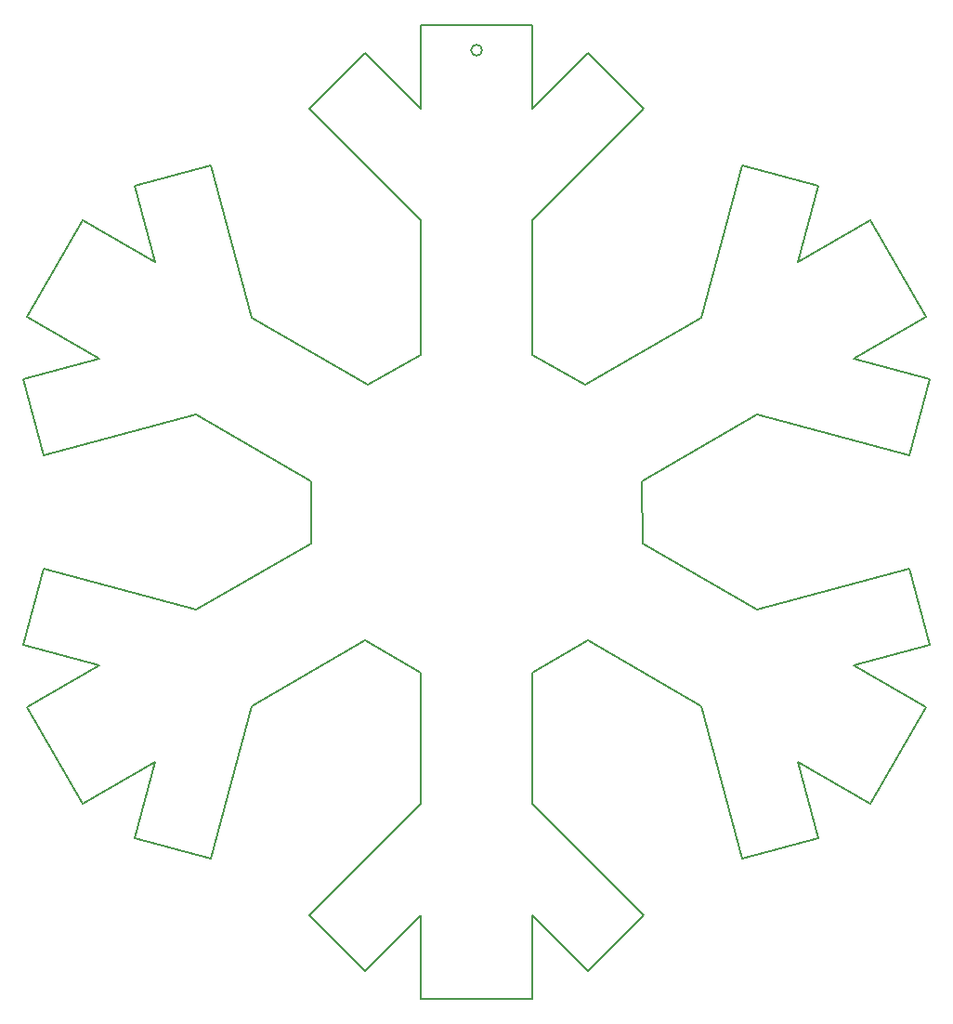
<source format=gm1>
G04 #@! TF.FileFunction,Profile,NP*
%FSLAX46Y46*%
G04 Gerber Fmt 4.6, Leading zero omitted, Abs format (unit mm)*
G04 Created by KiCad (PCBNEW 4.0.5+dfsg1-4) date Tue Nov  6 22:38:28 2018*
%MOMM*%
%LPD*%
G01*
G04 APERTURE LIST*
%ADD10C,0.100000*%
%ADD11C,0.150000*%
G04 APERTURE END LIST*
D10*
D11*
X149265815Y-58299095D02*
G75*
G03X149265815Y-58299095I-507999J0D01*
G01*
X163820014Y-97542091D02*
X163870815Y-103231695D01*
X153837812Y-115042694D02*
X158892412Y-112096290D01*
X138623215Y-112096293D02*
X143677812Y-115042694D01*
X133695613Y-97542090D02*
X133644812Y-103231694D01*
X138877210Y-88779093D02*
X143677811Y-86035890D01*
X153837812Y-86061294D02*
X158638415Y-88804492D01*
X189714004Y-118153788D02*
X184634006Y-126952609D01*
X178034892Y-123142605D02*
X179894297Y-130082015D01*
X172954892Y-131941423D02*
X169236075Y-118062608D01*
X179894297Y-130082015D02*
X172954892Y-131941423D01*
X178034892Y-123142605D02*
X184634006Y-126952609D01*
X174316071Y-109263789D02*
X163870815Y-103231695D01*
X188194893Y-105544972D02*
X174316071Y-109263789D01*
X183114889Y-114343786D02*
X190054301Y-112484382D01*
X183114889Y-114343786D02*
X189714004Y-118153788D01*
X158892412Y-112096290D02*
X169236075Y-118062608D01*
X190054301Y-112484382D02*
X188194893Y-105544972D01*
X163999165Y-137111838D02*
X153839163Y-126951842D01*
X153839163Y-137111839D02*
X158919168Y-142191843D01*
X143679160Y-137111839D02*
X143679162Y-144731834D01*
X158919168Y-142191843D02*
X163999165Y-137111838D01*
X153839163Y-137111839D02*
X153839163Y-144731839D01*
X153839163Y-144731839D02*
X143679162Y-144731834D01*
X143679160Y-137111839D02*
X138599161Y-142191841D01*
X153839163Y-126951842D02*
X153837812Y-115042694D01*
X138599161Y-142191841D02*
X133519162Y-137111836D01*
X143677812Y-115042694D02*
X143679162Y-126951840D01*
X133519162Y-137111836D02*
X143679162Y-126951840D01*
X124561834Y-131940784D02*
X128280650Y-118061968D01*
X112882717Y-126951969D02*
X107802719Y-118153151D01*
X119481829Y-123141969D02*
X117622420Y-130081381D01*
X117622420Y-130081381D02*
X124561834Y-131940784D01*
X119481829Y-123141969D02*
X112882717Y-126951969D01*
X114401828Y-114343153D02*
X107802719Y-118153151D01*
X114401828Y-114343153D02*
X107462425Y-112483740D01*
X109321833Y-105544331D02*
X123200649Y-109263151D01*
X133644812Y-103231694D02*
X123200649Y-109263151D01*
X107462425Y-112483740D02*
X109321833Y-105544331D01*
X128280650Y-118061968D02*
X138623215Y-112096293D01*
X183115645Y-86403563D02*
X190055056Y-88262969D01*
X163820014Y-97542091D02*
X174316825Y-91483562D01*
X169236828Y-82684746D02*
X158638415Y-88804492D01*
X188195646Y-95202380D02*
X174316825Y-91483562D01*
X190055056Y-88262969D02*
X188195646Y-95202380D01*
X178035646Y-77604742D02*
X184634760Y-73794741D01*
X178035646Y-77604742D02*
X179895054Y-70665331D01*
X172955645Y-68805922D02*
X169236828Y-82684746D01*
X183115645Y-86403563D02*
X189714755Y-82593563D01*
X179895054Y-70665331D02*
X172955645Y-68805922D01*
X184634760Y-73794741D02*
X189714755Y-82593563D01*
X119481240Y-77603669D02*
X112882126Y-73793671D01*
X124561236Y-68804851D02*
X128280056Y-82683668D01*
X117621830Y-70664262D02*
X124561236Y-68804851D01*
X119481240Y-77603669D02*
X117621830Y-70664262D01*
X123200056Y-91482486D02*
X133695613Y-97542090D01*
X138877210Y-88779093D02*
X128280056Y-82683668D01*
X109321238Y-95201306D02*
X123200056Y-91482486D01*
X107802130Y-82592492D02*
X112882126Y-73793671D01*
X107461831Y-88261897D02*
X109321238Y-95201306D01*
X114401238Y-86402488D02*
X107461831Y-88261897D01*
X114401238Y-86402488D02*
X107802130Y-82592492D01*
X153837811Y-63633097D02*
X153837817Y-56013094D01*
X143677817Y-73793095D02*
X143677811Y-86035890D01*
X133517815Y-63633095D02*
X143677817Y-73793095D01*
X138597811Y-58553092D02*
X133517815Y-63633095D01*
X143677815Y-63633097D02*
X138597811Y-58553092D01*
X163997815Y-63633093D02*
X153837813Y-73793092D01*
X158917812Y-58553094D02*
X163997815Y-63633093D01*
X153837811Y-63633097D02*
X158917812Y-58553094D01*
X153837812Y-86061294D02*
X153837813Y-73793092D01*
X143677815Y-56013095D02*
X153837817Y-56013094D01*
X143677815Y-63633097D02*
X143677815Y-56013095D01*
M02*

</source>
